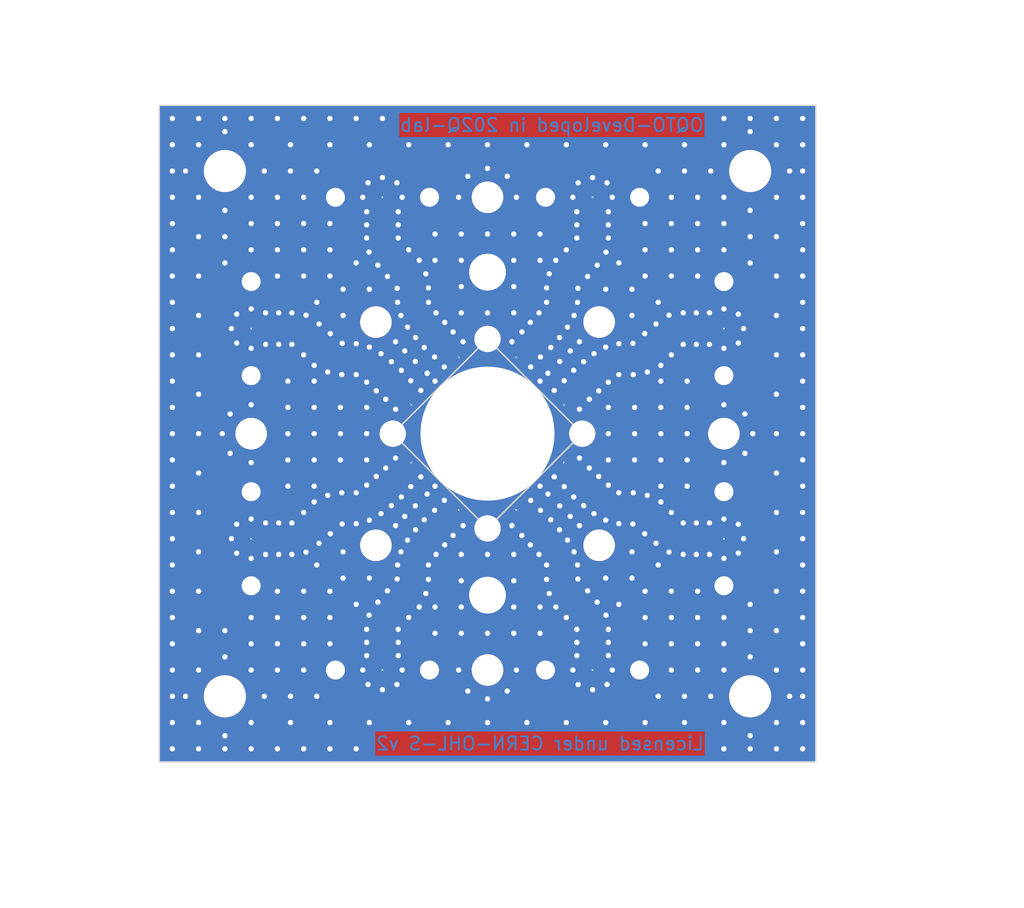
<source format=kicad_pcb>
(kicad_pcb (version 20211014) (generator pcbnew)
  (layers (0 "F.Cu" signal) (1 "In1.Cu" signal) (2 "In2.Cu" signal) (31 "B.Cu" signal) (34 "B.Paste" user) (35 "F.Paste" user) (36 "B.SilkS" user "B.Silkscreen") (37 "F.SilkS" user "F.Silkscreen") (38 "B.Mask" user) (39 "F.Mask" user) (44 "Edge.Cuts" user))
  (net 0 "")
  (net 1 "GND")
  (net 2 "unconnected-(U1-Pad1)")
  (net 3 "unconnected-(U1-Pad2)")
  (net 4 "unconnected-(U1-Pad3)")
  (net 5 "unconnected-(U1-Pad4)")
  (net 6 "unconnected-(U1-Pad5)")
  (net 7 "unconnected-(U1-Pad6)")
  (net 8 "unconnected-(U1-Pad7)")
  (net 9 "unconnected-(U1-Pad8)")
  (footprint "MountingHole:MountingHole_3.2mm_M3" (layer "F.Cu") (at -20 20)
    (fp_text reference "REF**" hide)
    (fp_text value "MountingHole_3.2mm_M3")
  )
  (footprint "QT:SH-Ridge-Hole" (layer "F.Cu") (at 0 12.3)
    (fp_text reference "REF**" hide)
    (fp_text value "SH-Ridge-Hole" hide)
  )
  (footprint "MountingHole:MountingHole_3.2mm_M3" (layer "F.Cu") (at 20 20)
    (fp_text reference "REF**" hide)
    (fp_text value "MountingHole_3.2mm_M3")
  )
  (footprint "QT:M2_clerance" (layer "F.Cu") (at -18 0)
    (fp_text reference "REF**" hide)
    (fp_text value "M2_clerance")
  )
  (footprint "QT:10x10mm_Chip" (layer "F.Cu") (at 0 0 45)
    (fp_text reference "U1" hide)
    (fp_text value "10x10mm_Chip")
    (fp_rect (start -5.1 -5.1) (end 5.1 5.1) (layer "Edge.Cuts") (width 0.12) (fill none))
  )
  (footprint "QT:M2_clerance" (layer "F.Cu") (at 18 0)
    (fp_text reference "REF**" hide)
    (fp_text value "M2_clerance")
  )
  (footprint "QT:M2_clerance" (layer "F.Cu") (at -8.5 8.5)
    (fp_text reference "REF**" hide)
    (fp_text value "M2_clerance")
  )
  (footprint "MountingHole:MountingHole_3.2mm_M3" (layer "F.Cu") (at -20 -20)
    (fp_text reference "REF**" hide)
    (fp_text value "MountingHole_3.2mm_M3")
  )
  (footprint "QT:M2_clerance" (layer "F.Cu") (at 0 18)
    (fp_text reference "REF**" hide)
    (fp_text value "M2_clerance")
  )
  (footprint "QT:SV Microwave 2921-40049-1S" (layer "F.Cu") (at -18 8 180)
    (fp_text reference "J6" hide)
    (fp_text value "Conn_Coaxial")
  )
  (footprint "QT:M2_clerance" (layer "F.Cu") (at -8.5 -8.5)
    (fp_text reference "REF**" hide)
    (fp_text value "M2_clerance")
  )
  (footprint "MountingHole:MountingHole_3.2mm_M3" (layer "F.Cu") (at 20 -20)
    (fp_text reference "REF**" hide)
    (fp_text value "MountingHole_3.2mm_M3")
  )
  (footprint "QT:SV Microwave 2921-40049-1S" (layer "F.Cu") (at 18 -8 180)
    (fp_text reference "J1" hide)
    (fp_text value "Conn_Coaxial")
  )
  (footprint "QT:SV Microwave 2921-40049-1S" (layer "F.Cu") (at -8 18 90)
    (fp_text reference "J3" hide)
    (fp_text value "Conn_Coaxial")
  )
  (footprint "QT:M2_clerance" (layer "F.Cu") (at 8.5 8.5)
    (fp_text reference "REF**" hide)
    (fp_text value "M2_clerance")
  )
  (footprint "QT:SV Microwave 2921-40049-1S" (layer "F.Cu") (at 8 -18 90)
    (fp_text reference "J8" hide)
    (fp_text value "Conn_Coaxial")
  )
  (footprint "QT:SH-Ridge-Hole" (layer "F.Cu") (at 0 -12.3)
    (fp_text reference "REF**" hide)
    (fp_text value "SH-Ridge-Hole" hide)
  )
  (footprint "QT:SV Microwave 2921-40049-1S" (layer "F.Cu") (at 8 18 -90)
    (fp_text reference "J2" hide)
    (fp_text value "Conn_Coaxial")
  )
  (footprint "QT:M2_clerance" (layer "F.Cu") (at 0 -18)
    (fp_text reference "REF**" hide)
    (fp_text value "M2_clerance")
  )
  (footprint "QT:SV Microwave 2921-40049-1S" (layer "F.Cu") (at -18 -8 180)
    (fp_text reference "J5" hide)
    (fp_text value "Conn_Coaxial")
  )
  (footprint "QT:M2_clerance" (layer "F.Cu") (at 8.5 -8.5)
    (fp_text reference "REF**" hide)
    (fp_text value "M2_clerance")
  )
  (footprint "QT:SV Microwave 2921-40049-1S" (layer "F.Cu") (at 18 8)
    (fp_text reference "J4" hide)
    (fp_text value "Conn_Coaxial")
  )
  (footprint "QT:SV Microwave 2921-40049-1S" (layer "F.Cu") (at -8 -18 -90)
    (fp_text reference "J7" hide)
    (fp_text value "Conn_Coaxial")
  )
  (gr_rect (start 25 25) (end -25 -25) (layer "Edge.Cuts") (width 0.1) (fill none))
  (gr_text "Licensed under CERN-OHL-S v2" (at 4 23.6) (layer "B.Cu") (effects (font (size 1 1)) (justify mirror)))
  (gr_text "OQTO-Developed in 202Q-lab" (at 4.9 -23.5) (layer "B.Cu") (effects (font (size 1 1)) (justify mirror)))
  (via (at 4 4) (size 0.6) (drill 0.402) (layers "F.Cu" "B.Cu") (net 1))
  (via (at 24 20) (size 0.6) (drill 0.402) (layers "F.Cu" "B.Cu") (net 1))
  (via (at 8.35 12.83) (size 0.6) (drill 0.402) (layers "F.Cu" "B.Cu") (net 1))
  (via (at -18 -16) (size 0.6) (drill 0.402) (layers "F.Cu" "B.Cu") (net 1))
  (via (at -9.2 -3.92) (size 0.6) (drill 0.402) (layers "F.Cu" "B.Cu") (net 1))
  (via (at 22 9) (size 0.6) (drill 0.402) (layers "F.Cu" "B.Cu") (net 1))
  (via (at -6.5 18) (size 0.6) (drill 0.402) (layers "F.Cu" "B.Cu") (net 1))
  (via (at 3 -22) (size 0.6) (drill 0.402) (layers "F.Cu" "B.Cu") (net 1))
  (via (at -4.6 -4.6) (size 0.6) (drill 0.402) (layers "F.Cu" "B.Cu") (net 1))
  (via (at 13.2 -2) (size 0.6) (drill 0.402) (layers "F.Cu" "B.Cu") (net 1))
  (via (at -9 -11) (size 0.6) (drill 0.402) (layers "F.Cu" "B.Cu") (net 1))
  (via (at -23 -20) (size 0.6) (drill 0.402) (layers "F.Cu" "B.Cu") (net 1))
  (via (at 5.48 -7.32) (size 0.6) (drill 0.402) (layers "F.Cu" "B.Cu") (net 1))
  (via (at 24 4) (size 0.6) (drill 0.402) (layers "F.Cu" "B.Cu") (net 1))
  (via (at -20 -17) (size 0.6) (drill 0.402) (layers "F.Cu" "B.Cu") (net 1))
  (via (at 2.2 -18) (size 0.6) (drill 0.402) (layers "F.Cu" "B.Cu") (net 1))
  (via (at -18 -14) (size 0.6) (drill 0.402) (layers "F.Cu" "B.Cu") (net 1))
  (via (at 16 -18) (size 0.6) (drill 0.402) (layers "F.Cu" "B.Cu") (net 1))
  (via (at -16.9 -9.201) (size 0.6) (drill 0.402) (layers "F.Cu" "B.Cu") (net 1))
  (via (at 4 13.2) (size 0.6) (drill 0.402) (layers "F.Cu" "B.Cu") (net 1))
  (via (at 12 -12) (size 0.6) (drill 0.402) (layers "F.Cu" "B.Cu") (net 1))
  (via (at -13 -10) (size 0.6) (drill 0.402) (layers "F.Cu" "B.Cu") (net 1))
  (via (at 6.9 19.1) (size 0.6) (drill 0.402) (layers "F.Cu" "B.Cu") (net 1))
  (via (at 14 18) (size 0.6) (drill 0.402) (layers "F.Cu" "B.Cu") (net 1))
  (via (at 13.82 9.02) (size 0.6) (drill 0.402) (layers "F.Cu" "B.Cu") (net 1))
  (via (at -14.9 -6.8) (size 0.6) (drill 0.402) (layers "F.Cu" "B.Cu") (net 1))
  (via (at -8.47 3.26) (size 0.6) (drill 0.402) (layers "F.Cu" "B.Cu") (net 1))
  (via (at 20 -13) (size 0.6) (drill 0.402) (layers "F.Cu" "B.Cu") (net 1))
  (via (at -12 -22) (size 0.6) (drill 0.402) (layers "F.Cu" "B.Cu") (net 1))
  (via (at -7.32 -5.48) (size 0.6) (drill 0.402) (layers "F.Cu" "B.Cu") (net 1))
  (via (at 24 8) (size 0.6) (drill 0.402) (layers "F.Cu" "B.Cu") (net 1))
  (via (at 24 22) (size 0.6) (drill 0.402) (layers "F.Cu" "B.Cu") (net 1))
  (via (at 4.03 -5.84) (size 0.6) (drill 0.402) (layers "F.Cu" "B.Cu") (net 1))
  (via (at 22 -24) (size 0.6) (drill 0.402) (layers "F.Cu" "B.Cu") (net 1))
  (via (at 13 20) (size 0.6) (drill 0.402) (layers "F.Cu" "B.Cu") (net 1))
  (via (at -6 22) (size 0.6) (drill 0.402) (layers "F.Cu" "B.Cu") (net 1))
  (via (at -9 6.59) (size 0.6) (drill 0.402) (layers "F.Cu" "B.Cu") (net 1))
  (via (at 4 15.2) (size 0.6) (drill 0.402) (layers "F.Cu" "B.Cu") (net 1))
  (via (at 0 -22) (size 0.6) (drill 0.402) (layers "F.Cu" "B.Cu") (net 1))
  (via (at 15 22) (size 0.6) (drill 0.402) (layers "F.Cu" "B.Cu") (net 1))
  (via (at -5.08 -3.29) (size 0.6) (drill 0.402) (layers "F.Cu" "B.Cu") (net 1))
  (via (at -10 -4.499) (size 0.6) (drill 0.402) (layers "F.Cu" "B.Cu") (net 1))
  (via (at -22 -6) (size 0.6) (drill 0.402) (layers "F.Cu" "B.Cu") (net 1))
  (via (at -11 11) (size 0.6) (drill 0.402) (layers "F.Cu" "B.Cu") (net 1))
  (via (at 4.499 10) (size 0.6) (drill 0.402) (layers "F.Cu" "B.Cu") (net 1))
  (via (at -3.29 -5.08) (size 0.6) (drill 0.402) (layers "F.Cu" "B.Cu") (net 1))
  (via (at -2 11.2) (size 0.6) (drill 0.402) (layers "F.Cu" "B.Cu") (net 1))
  (via (at 9.02 -13.82) (size 0.6) (drill 0.402) (layers "F.Cu" "B.Cu") (net 1))
  (via (at 0 22) (size 0.6) (drill 0.402) (layers "F.Cu" "B.Cu") (net 1))
  (via (at 24 14) (size 0.6) (drill 0.402) (layers "F.Cu" "B.Cu") (net 1))
  (via (at -6.851 -10) (size 0.6) (drill 0.402) (layers "F.Cu" "B.Cu") (net 1))
  (via (at 22 -18) (size 0.6) (drill 0.402) (layers "F.Cu" "B.Cu") (net 1))
  (via (at 18 -2.2) (size 0.6) (drill 0.402) (layers "F.Cu" "B.Cu") (net 1))
  (via (at 6.56 -4.82) (size 0.6) (drill 0.402) (layers "F.Cu" "B.Cu") (net 1))
  (via (at 4.5 -11.1) (size 0.6) (drill 0.402) (layers "F.Cu" "B.Cu") (net 1))
  (via (at -18 -9.5) (size 0.6) (drill 0.402) (layers "F.Cu" "B.Cu") (net 1))
  (via (at 6.3 6.3) (size 0.6) (drill 0.402) (layers "F.Cu" "B.Cu") (net 1))
  (via (at 6.88 -11.07) (size 0.6) (drill 0.402) (layers "F.Cu" "B.Cu") (net 1))
  (via (at 9.2 3.92) (size 0.6) (drill 0.402) (layers "F.Cu" "B.Cu") (net 1))
  (via (at -9 -6.59) (size 0.6) (drill 0.402) (layers "F.Cu" "B.Cu") (net 1))
  (via (at 4 -4) (size 0.6) (drill 0.402) (layers "F.Cu" "B.Cu") (net 1))
  (via (at 22 -6) (size 0.6) (drill 0.402) (layers "F.Cu" "B.Cu") (net 1))
  (via (at 0 -20.2) (size 0.6) (drill 0.402) (layers "F.Cu" "B.Cu") (net 1))
  (via (at -20 -23) (size 0.6) (drill 0.402) (layers "F.Cu" "B.Cu") (net 1))
  (via (at -15.9 6.8) (size 0.6) (drill 0.402) (layers "F.Cu" "B.Cu") (net 1))
  (via (at -22 22) (size 0.6) (drill 0.402) (layers "F.Cu" "B.Cu") (net 1))
  (via (at -14 18) (size 0.6) (drill 0.402) (layers "F.Cu" "B.Cu") (net 1))
  (via (at 24 12) (size 0.6) (drill 0.402) (layers "F.Cu" "B.Cu") (net 1))
  (via (at 24 -20) (size 0.6) (drill 0.402) (layers "F.Cu" "B.Cu") (net 1))
  (via (at 10 -6.851) (size 0.6) (drill 0.402) (layers "F.Cu" "B.Cu") (net 1))
  (via (at 15.9 6.8) (size 0.6) (drill 0.402) (layers "F.Cu" "B.Cu") (net 1))
  (via (at 14 -18) (size 0.6) (drill 0.402) (layers "F.Cu" "B.Cu") (net 1))
  (via (at 3.26 -8.47) (size 0.6) (drill 0.402) (layers "F.Cu" "B.Cu") (net 1))
  (via (at -2 -9.2) (size 0.6) (drill 0.402) (layers "F.Cu" "B.Cu") (net 1))
  (via (at -18 6.5) (size 0.6) (drill 0.402) (layers "F.Cu" "B.Cu") (net 1))
  (via (at 2.62 -7.75) (size 0.6) (drill 0.402) (layers "F.Cu" "B.Cu") (net 1))
  (via (at -14 12) (size 0.6) (drill 0.402) (layers "F.Cu" "B.Cu") (net 1))
  (via (at 7.75 2.62) (size 0.6) (drill 0.402) (layers "F.Cu" "B.Cu") (net 1))
  (via (at -8 -19.5) (size 0.6) (drill 0.402) (layers "F.Cu" "B.Cu") (net 1))
  (via (at 4.82 6.56) (size 0.6) (drill 0.402) (layers "F.Cu" "B.Cu") (net 1))
  (via (at -13.2 4) (size 0.6) (drill 0.402) (layers "F.Cu" "B.Cu") (net 1))
  (via (at -4 15.2) (size 0.6) (drill 0.402) (layers "F.Cu" "B.Cu") (net 1))
  (via (at -11.2 0) (size 0.6) (drill 0.402) (layers "F.Cu" "B.Cu") (net 1))
  (via (at 8.35 -12.83) (size 0.6) (drill 0.402) (layers "F.Cu" "B.Cu") (net 1))
  (via (at 15.2 -4) (size 0.6) (drill 0.402) (layers "F.Cu" "B.Cu") (net 1))
  (via (at -7.62 11.97) (size 0.6) (drill 0.402) (layers "F.Cu" "B.Cu") (net 1))
  (via (at -5.08 3.29) (size 0.6) (drill 0.402) (layers "F.Cu" "B.Cu") (net 1))
  (via (at -16 -24) (size 0.6) (drill 0.402) (layers "F.Cu" "B.Cu") (net 1))
  (via (at 10 6.851) (size 0.6) (drill 0.402) (layers "F.Cu" "B.Cu") (net 1))
  (via (at -14.9 6.8) (size 0.6) (drill 0.402) (layers "F.Cu" "B.Cu") (net 1))
  (via (at -6.3 6.3) (size 0.6) (drill 0.402) (layers "F.Cu" "B.Cu") (net 1))
  (via (at 23 -20) (size 0.6) (drill 0.402) (layers "F.Cu" "B.Cu") (net 1))
  (via (at 8.11 -6.09) (size 0.6) (drill 0.402) (layers "F.Cu" "B.Cu") (net 1))
  (via (at 4.5 11.1) (size 0.6) (drill 0.402) (layers "F.Cu" "B.Cu") (net 1))
  (via (at 2 -9.2) (size 0.6) (drill 0.402) (layers "F.Cu" "B.Cu") (net 1))
  (via (at 24 -24) (size 0.6) (drill 0.402) (layers "F.Cu" "B.Cu") (net 1))
  (via (at 0 -15.2) (size 0.6) (drill 0.402) (layers "F.Cu" "B.Cu") (net 1))
  (via (at 18 -16) (size 0.6) (drill 0.402) (layers "F.Cu" "B.Cu") (net 1))
  (via (at -14 6) (size 0.6) (drill 0.402) (layers "F.Cu" "B.Cu") (net 1))
  (via (at 15.2 4) (size 0.6) (drill 0.402) (layers "F.Cu" "B.Cu") (net 1))
  (via (at -24 20) (size 0.6) (drill 0.402) (layers "F.Cu" "B.Cu") (net 1))
  (via (at -14 -24) (size 0.6) (drill 0.402) (layers "F.Cu" "B.Cu") (net 1))
  (via (at -9.201 -16.9) (size 0.6) (drill 0.402) (layers "F.Cu" "B.Cu") (net 1))
  (via (at -15.2 2) (size 0.6) (drill 0.402) (layers "F.Cu" "B.Cu") (net 1))
  (via (at 9.2 -3.92) (size 0.6) (drill 0.402) (layers "F.Cu" "B.Cu") (net 1))
  (via (at 16.9 9.201) (size 0.6) (drill 0.402) (layers "F.Cu" "B.Cu") (net 1))
  (via (at 20 23) (size 0.6) (drill 0.402) (layers "F.Cu" "B.Cu") (net 1))
  (via (at -7 -7) (size 0.6) (drill 0.402) (layers "F.Cu" "B.Cu") (net 1))
  (via (at -2.2 18) (size 0.6) (drill 0.402) (layers "F.Cu" "B.Cu") (net 1))
  (via (at -13 10) (size 0.6) (drill 0.402) (layers "F.Cu" "B.Cu") (net 1))
  (via (at -14 -12) (size 0.6) (drill 0.402) (layers "F.Cu" "B.Cu") (net 1))
  (via (at -2 -15.2) (size 0.6) (drill 0.402) (layers "F.Cu" "B.Cu") (net 1))
  (via (at -9.2 2) (size 0.6) (drill 0.402) (layers "F.Cu" "B.Cu") (net 1))
  (via (at -15 -20) (size 0.6) (drill 0.402) (layers "F.Cu" "B.Cu") (net 1))
  (via (at -24 -20) (size 0.6) (drill 0.402) (layers "F.Cu" "B.Cu") (net 1))
  (via (at 7 -7) (size 0.6) (drill 0.402) (layers "F.Cu" "B.Cu") (net 1))
  (via (at 22 18) (size 0.6) (drill 0.402) (layers "F.Cu" "B.Cu") (net 1))
  (via (at 7.62 -11.97) (size 0.6) (drill 0.402) (layers "F.Cu" "B.Cu") (net 1))
  (via (at 15.2 -2) (size 0.6) (drill 0.402) (layers "F.Cu" "B.Cu") (net 1))
  (via (at -14 -16) (size 0.6) (drill 0.402) (layers "F.Cu" "B.Cu") (net 1))
  (via (at 12 -14) (size 0.6) (drill 0.402) (layers "F.Cu" "B.Cu") (net 1))
  (via (at -19.5 -8) (size 0.6) (drill 0.402) (layers "F.Cu" "B.Cu") (net 1))
  (via (at 6.8 15.9) (size 0.6) (drill 0.402) (layers "F.Cu" "B.Cu") (net 1))
  (via (at -15 -22) (size 0.6) (drill 0.402) (layers "F.Cu" "B.Cu") (net 1))
  (via (at -11.07 -6.88) (size 0.6) (drill 0.402) (layers "F.Cu" "B.Cu") (net 1))
  (via (at -16.9 -6.799) (size 0.6) (drill 0.402) (layers "F.Cu" "B.Cu") (net 1))
  (via (at -18 -24) (size 0.6) (drill 0.402) (layers "F.Cu" "B.Cu") (net 1))
  (via (at 24 0) (size 0.6) (drill 0.402) (layers "F.Cu" "B.Cu") (net 1))
  (via (at 16.9 -9.201) (size 0.6) (drill 0.402) (layers "F.Cu" "B.Cu") (net 1))
  (via (at 20 13) (size 0.6) (drill 0.402) (layers "F.Cu" "B.Cu") (net 1))
  (via (at 16 12) (size 0.6) (drill 0.402) (layers "F.Cu" "B.Cu") (net 1))
  (via (at 9 11) (size 0.6) (drill 0.402) (layers "F.Cu" "B.Cu") (net 1))
  (via (at -12 24) (size 0.6) (drill 0.402) (layers "F.Cu" "B.Cu") (net 1))
  (via (at -4 -13.2) (size 0.6) (drill 0.402) (layers "F.Cu" "B.Cu") (net 1))
  (via (at -15 22) (size 0.6) (drill 0.402) (layers "F.Cu" "B.Cu") (net 1))
  (via (at -4.5 11.1) (size 0.6) (drill 0.402) (layers "F.Cu" "B.Cu") (net 1))
  (via (at 11.97 7.62) (size 0.6) (drill 0.402) (layers "F.Cu" "B.Cu") (net 1))
  (via (at -22 18) (size 0.6) (drill 0.402) (layers "F.Cu" "B.Cu") (net 1))
  (via (at -15.2 -2) (size 0.6) (drill 0.402) (layers "F.Cu" "B.Cu") (net 1))
  (via (at -22 -12) (size 0.6) (drill 0.402) (layers "F.Cu" "B.Cu") (net 1))
  (via (at -13.2 0) (size 0.6) (drill 0.402) (layers "F.Cu" "B.Cu") (net 1))
  (via (at -10 4.499) (size 0.6) (drill 0.402) (layers "F.Cu" "B.Cu") (net 1))
  (via (at 12.17 4.7) (size 0.6) (drill 0.402) (layers "F.Cu" "B.Cu") (net 1))
  (via (at -9.202 -14.9) (size 0.6) (drill 0.402) (layers "F.Cu" "B.Cu") (net 1))
  (via (at -12.83 8.35) (size 0.6) (drill 0.402) (layers "F.Cu" "B.Cu") (net 1))
  (via (at 4.03 5.84) (size 0.6) (drill 0.402) (layers "F.Cu" "B.Cu") (net 1))
  (via (at 11 -9) (size 0.6) (drill 0.402) (layers "F.Cu" "B.Cu") (net 1))
  (via (at 6.799 16.9) (size 0.6) (drill 0.402) (layers "F.Cu" "B.Cu") (net 1))
  (via (at -4.82 -6.56) (size 0.6) (drill 0.402) (layers "F.Cu" "B.Cu") (net 1))
  (via (at 13.2 -5.2) (size 0.6) (drill 0.402) (layers "F.Cu" "B.Cu") (net 1))
  (via (at -2.62 7.75) (size 0.6) (drill 0.402) (layers "F.Cu" "B.Cu") (net 1))
  (via (at 18 9.5) (size 0.6) (drill 0.402) (layers "F.Cu" "B.Cu") (net 1))
  (via (at -9.202 14.9) (size 0.6) (drill 0.402) (layers "F.Cu" "B.Cu") (net 1))
  (via (at 22 12) (size 0.6) (drill 0.402) (layers "F.Cu" "B.Cu") (net 1))
  (via (at -14 16) (size 0.6) (drill 0.402) (layers "F.Cu" "B.Cu") (net 1))
  (via (at 16.9 -6.799) (size 0.6) (drill 0.402) (layers "F.Cu" "B.Cu") (net 1))
  (via (at -13.82 9.02) (size 0.6) (drill 0.402) (layers "F.Cu" "B.Cu") (net 1))
  (via (at -6.9 19.1) (size 0.6) (drill 0.402) (layers "F.Cu" "B.Cu") (net 1))
  (via (at -13.2 5.2) (size 0.6) (drill 0.402) (layers "F.Cu" "B.Cu") (net 1))
  (via (at -3.29 5.08) (size 0.6) (drill 0.402) (layers "F.Cu" "B.Cu") (net 1))
  (via (at -12 -16) (size 0.6) (drill 0.402) (layers "F.Cu" "B.Cu") (net 1))
  (via (at -11.1 -4.5) (size 0.6) (drill 0.402) (layers "F.Cu" "B.Cu") (net 1))
  (via (at 5.84 4.03) (size 0.6) (drill 0.402) (layers "F.Cu" "B.Cu") (net 1))
  (via (at -4.499 10) (size 0.6) (drill 0.402) (layers "F.Cu" "B.Cu") (net 1))
  (via (at -24 0) (size 0.6) (drill 0.402) (layers "F.Cu" "B.Cu") (net 1))
  (via (at -14.9 -9.202) (size 0.6) (drill 0.402) (layers "F.Cu" "B.Cu") (net 1))
  (via (at -12 -24) (size 0.6) (drill 0.402) (layers "F.Cu" "B.Cu") (net 1))
  (via (at -2 15.2) (size 0.6) (drill 0.402) (layers "F.Cu" "B.Cu") (net 1))
  (via (at 6.5 18) (size 0.6) (drill 0.402) (layers "F.Cu" "B.Cu") (net 1))
  (via (at 4.82 -6.56) (size 0.6) (drill 0.402) (layers "F.Cu" "B.Cu") (net 1))
  (via (at -20 -13) (size 0.6) (drill 0.402) (layers "F.Cu" "B.Cu") (net 1))
  (via (at -6.9 -19.1) (size 0.6) (drill 0.402) (layers "F.Cu" "B.Cu") (net 1))
  (via (at -11 9) (size 0.6) (drill 0.402) (layers "F.Cu" "B.Cu") (net 1))
  (via (at 18 2.2) (size 0.6) (drill 0.402) (layers "F.Cu" "B.Cu") (net 1))
  (via (at -6.8 -14.9) (size 0.6) (drill 0.402) (layers "F.Cu" "B.Cu") (net 1))
  (via (at 11 -11) (size 0.6) (drill 0.402) (layers "F.Cu" "B.Cu") (net 1))
  (via (at -12.17 -4.7) (size 0.6) (drill 0.402) (layers "F.Cu" "B.Cu") (net 1))
  (via (at -9.202 15.9) (size 0.6) (drill 0.402) (layers "F.Cu" "B.Cu") (net 1))
  (via (at -22 3) (size 0.6) (drill 0.402) (layers "F.Cu" "B.Cu") (net 1))
  (via (at 24 2) (size 0.6) (drill 0.402) (layers "F.Cu" "B.Cu") (net 1))
  (via (at 22 22) (size 0.6) (drill 0.402) (layers "F.Cu" "B.Cu") (net 1))
  (via (at -24 2) (size 0.6) (drill 0.402) (layers "F.Cu" "B.Cu") (net 1))
  (via (at 11.2 0) (size 0.6) (drill 0.402) (layers "F.Cu" "B.Cu") (net 1))
  (via (at 6.799 -16.9) (size 0.6) (drill 0.402) (layers "F.Cu" "B.Cu") (net 1))
  (via (at -24 24) (size 0.6) (drill 0.402) (layers "F.Cu" "B.Cu") (net 1))
  (via (at -19.6 1.5) (size 0.6) (drill 0.402) (layers "F.Cu" "B.Cu") (net 1))
  (via (at 24 -14) (size 0.6) (drill 0.402) (layers "F.Cu" "B.Cu") (net 1))
  (via (at 14 16) (size 0.6) (drill 0.402) (layers "F.Cu" "B.Cu") (net 1))
  (via (at 7.62 11.97) (size 0.6) (drill 0.402) (layers "F.Cu" "B.Cu") (net 1))
  (via (at 10 4.499) (size 0.6) (drill 0.402) (layers "F.Cu" "B.Cu") (net 1))
  (via (at 9.202 -14.9) (size 0.6) (drill 0.402) (layers "F.Cu" "B.Cu") (net 1))
  (via (at -6.59 -9) (size 0.6) (drill 0.402) (layers "F.Cu" "B.Cu") (net 1))
  (via (at -9.1 -19.1) (size 0.6) (drill 0.402) (layers "F.Cu" "B.Cu") (net 1))
  (via (at 0 20.2) (size 0.6) (drill 0.402) (layers "F.Cu" "B.Cu") (net 1))
  (via (at 19.1 -9.1) (size 0.6) (drill 0.402) (layers "F.Cu" "B.Cu") (net 1))
  (via (at -23 20) (size 0.6) (drill 0.402) (layers "F.Cu" "B.Cu") (net 1))
  (via (at 3.26 8.47) (size 0.6) (drill 0.402) (layers "F.Cu" "B.Cu") (net 1))
  (via (at 18 14) (size 0.6) (drill 0.402) (layers "F.Cu" "B.Cu") (net 1))
  (via (at 1.5 19.6) (size 0.6) (drill 0.402) (layers "F.Cu" "B.Cu") (net 1))
  (via (at 15 -22) (size 0.6) (drill 0.402) (layers "F.Cu" "B.Cu") (net 1))
  (via (at 20.2 0) (size 0.6) (drill 0.402) (layers "F.Cu" "B.Cu") (net 1))
  (via (at -8.11 6.09) (size 0.6) (drill 0.402) (layers "F.Cu" "B.Cu") (net 1))
  (via (at -13 -20) (size 0.6) (drill 0.402) (layers "F.Cu" "B.Cu") (net 1))
  (via (at 16 -14) (size 0.6) (drill 0.402) (layers "F.Cu" "B.Cu") (net 1))
  (via (at -14 14) (size 0.6) (drill 0.402) (layers "F.Cu" "B.Cu") (net 1))
  (via (at -14 -6) (size 0.6) (drill 0.402) (layers "F.Cu" "B.Cu") (net 1))
  (via (at -16 24) (size 0.6) (drill 0.402) (layers "F.Cu" "B.Cu") (net 1))
  (via (at -2.62 -7.75) (size 0.6) (drill 0.402) (layers "F.Cu" "B.Cu") (net 1))
  (via (at 23 20) (size 0.6) (drill 0.402) (layers "F.Cu" "B.Cu") (net 1))
  (via (at 16 16) (size 0.6) (drill 0.402) (layers "F.Cu" "B.Cu") (net 1))
  (via (at 4 -13.2) (size 0.6) (drill 0.402) (layers "F.Cu" "B.Cu") (net 1))
  (via (at -9.2 3.92) (size 0.6) (drill 0.402) (layers "F.Cu" "B.Cu") (net 1))
  (via (at 6.59 -9) (size 0.6) (drill 0.402) (layers "F.Cu" "B.Cu") (net 1))
  (via (at 6 -14) (size 0.6) (drill 0.402) (layers "F.Cu" "B.Cu") (net 1))
  (via (at -15.2 0) (size 0.6) (drill 0.402) (layers "F.Cu" "B.Cu") (net 1))
  (via (at 5.48 7.32) (size 0.6) (drill 0.402) (layers "F.Cu" "B.Cu") (net 1))
  (via (at 24 -8) (size 0.6) (drill 0.402) (layers "F.Cu" "B.Cu") (net 1))
  (via (at -2 -11.2) (size 0.6) (drill 0.402) (layers "F.Cu" "B.Cu") (net 1))
  (via (at -3 -22) (size 0.6) (drill 0.402) (layers "F.Cu" "B.Cu") (net 1))
  (via (at 9.2 2) (size 0.6) (drill 0.402) (layers "F.Cu" "B.Cu") (net 1))
  (via (at 3.29 -5.08) (size 0.6) (drill 0.402) (layers "F.Cu" "B.Cu") (net 1))
  (via (at -18 -2.2) (size 0.6) (drill 0.402) (layers "F.Cu" "B.Cu") (net 1))
  (via (at -4.499 -10) (size 0.6) (drill 0.402) (layers "F.Cu" "B.Cu") (net 1))
  (via (at 9 -22) (size 0.6) (drill 0.402) (layers "F.Cu" "B.Cu") (net 1))
  (via (at -7 7) (size 0.6) (drill 0.402) (layers "F.Cu" "B.Cu") (net 1))
  (via (at -16 -12) (size 0.6) (drill 0.402) (layers "F.Cu" "B.Cu") (net 1))
  (via (at 12 12) (size 0.6) (drill 0.402) (layers "F.Cu" "B.Cu") (net 1))
  (via (at -18 9.5) (size 0.6) (drill 0.402) (layers "F.Cu" "B.Cu") (net 1))
  (via (at 6.5 -18) (size 0.6) (drill 0.402) (layers "F.Cu" "B.Cu") (net 1))
  (via (at -9 11) (size 0.6) (drill 0.402) (layers "F.Cu" "B.Cu") (net 1))
  (via (at -24 -16) (size 0.6) (drill 0.402) (layers "F.Cu" "B.Cu") (net 1))
  (via (at 2 9.2) (size 0.6) (drill 0.402) (layers "F.Cu" "B.Cu") (net 1))
  (via (at -18 2.2) (size 0.6) (drill 0.402) (layers "F.Cu" "B.Cu") (net 1))
  (via (at 15.9 -6.8) (size 0.6) (drill 0.402) (layers "F.Cu" "B.Cu") (net 1))
  (via (at -2 9.2) (size 0.6) (drill 0.402) (layers "F.Cu" "B.Cu") (net 1))
  (via (at 20 24) (size 0.6) (drill 0.402) (layers "F.Cu" "B.Cu") (net 1))
  (via (at 18 16) (size 0.6) (drill 0.402) (layers "F.Cu" "B.Cu") (net 1))
  (via (at 14 -16) (size 0.6) (drill 0.402) (layers "F.Cu" "B.Cu") (net 1))
  (via (at -6.56 4.82) (size 0.6) (drill 0.402) (layers "F.Cu" "B.Cu") (net 1))
  (via (at 2.2 18) (size 0.6) (drill 0.402) (layers "F.Cu" "B.Cu") (net 1))
  (via (at -1.5 19.6) (size 0.6) (drill 0.402) (layers "F.Cu" "B.Cu") (net 1))
  (via (at 14.9 -6.8) (size 0.6) (drill 0.402) (layers "F.Cu" "B.Cu") (net 1))
  (via (at -15.9 -9.202) (size 0.6) (drill 0.402) (layers "F.Cu" "B.Cu") (net 1))
  (via (at -10 24) (size 0.6) (drill 0.402) (layers "F.Cu" "B.Cu") (net 1))
  (via (at 2 11.2) (size 0.6) (drill 0.402) (layers "F.Cu" "B.Cu") (net 1))
  (via (at 14.9 9.202) (size 0.6) (drill 0.402) (layers "F.Cu" "B.Cu") (net 1))
  (via (at -11.97 -7.62) (size 0.6) (drill 0.402) (layers "F.Cu" "B.Cu") (net 1))
  (via (at 14 6) (size 0.6) (drill 0.402) (layers "F.Cu" "B.Cu") (net 1))
  (via (at 16.9 6.799) (size 0.6) (drill 0.402) (layers "F.Cu" "B.Cu") (net 1))
  (via (at -10 -24) (size 0.6) (drill 0.402) (layers "F.Cu" "B.Cu") (net 1))
  (via (at 6.56 4.82) (size 0.6) (drill 0.402) (layers "F.Cu" "B.Cu") (net 1))
  (via (at -18 -6.5) (size 0.6) (drill 0.402) (layers "F.Cu" "B.Cu") (net 1))
  (via (at -6 14) (size 0.6) (drill 0.402) (layers "F.Cu" "B.Cu") (net 1))
  (via (at 20 17) (size 0.6) (drill 0.402) (layers "F.Cu" "B.Cu") (net 1))
  (via (at 6.8 14.9) (size 0.6) (drill 0.402) (layers "F.Cu" "B.Cu") (net 1))
  (via (at -7.75 2.62) (size 0.6) (drill 0.402) (layers "F.Cu" "B.Cu") (net 1))
  (via (at -8.11 -6.09) (size 0.6) (drill 0.402) (layers "F.Cu" "B.Cu") (net 1))
  (via (at -6 -22) (size 0.6) (drill 0.402) (layers "F.Cu" "B.Cu") (net 1))
  (via (at -17 -20) (size 0.6) (drill 0.402) (layers "F.Cu" "B.Cu") (net 1))
  (via (at 8 -19.5) (size 0.6) (drill 0.402) (layers "F.Cu" "B.Cu") (net 1))
  (via (at -4 -15.2) (size 0.6) (drill 0.402) (layers "F.Cu" "B.Cu") (net 1))
  (via (at -20 24) (size 0.6) (drill 0.402) (layers "F.Cu" "B.Cu") (net 1))
  (via (at 6 22) (size 0.6) (drill 0.402) (layers "F.Cu" "B.Cu") (net 1))
  (via (at 6.8 -15.9) (size 0.6) (drill 0.402) (layers "F.Cu" "B.Cu") (net 1))
  (via (at -5.5 -5.5) (size 0.6) (drill 0.402) (layers "F.Cu" "B.Cu") (net 1))
  (via (at 20 -17) (size 0.6) (drill 0.402) (layers "F.Cu" "B.Cu") (net 1))
  (via (at -8 19.5) (size 0.6) (drill 0.402) (layers "F.Cu" "B.Cu") (net 1))
  (via (at 4.499 -10) (size 0.6) (drill 0.402) (layers "F.Cu" "B.Cu") (net 1))
  (via (at -6.5 -18) (size 0.6) (drill 0.402) (layers "F.Cu" "B.Cu") (net 1))
  (via (at 2 -15.2) (size 0.6) (drill 0.402) (layers "F.Cu" "B.Cu") (net 1))
  (via (at -15.2 4) (size 0.6) (drill 0.402) (layers "F.Cu" "B.Cu") (net 1))
  (via (at 19.1 -6.9) (size 0.6) (drill 0.402) (layers "F.Cu" "B.Cu") (net 1))
  (via (at 16 14) (size 0.6) (drill 0.402) (layers "F.Cu" "B.Cu") (net 1))
  (via (at -24 -14) (size 0.6) (drill 0.402) (layers "F.Cu" "B.Cu") (net 1))
  (via (at -15 20) (size 0.6) (drill 0.402) (layers "F.Cu" "B.Cu") (net 1))
  (via (at 5.08 3.29) (size 0.6) (drill 0.402) (layers "F.Cu" "B.Cu") (net 1))
  (via (at 9.2 -2) (size 0.6) (drill 0.402) (layers "F.Cu" "B.Cu") (net 1))
  (via (at -4.03 -5.84) (size 0.6) (drill 0.402) (layers "F.Cu" "B.Cu") (net 1))
  (via (at 9.202 15.9) (size 0.6) (drill 0.402) (layers "F.Cu" "B.Cu") (net 1))
  (via (at -24 -18) (size 0.6) (drill 0.402) (layers "F.Cu" "B.Cu") (net 1))
  (via (at 11 11) (size 0.6) (drill 0.402) (layers "F.Cu" "B.Cu") (net 1))
  (via (at 5.5 5.5) (size 0.6) (drill 0.402) (layers "F.Cu" "B.Cu") (net 1))
  (via (at 11 9) (size 0.6) (drill 0.402) (layers "F.Cu" "B.Cu") (net 1))
  (via (at 11.2 2) (size 0.6) (drill 0.402) (layers "F.Cu" "B.Cu") (net 1))
  (via (at 18 -9.5) (size 0.6) (drill 0.402) (layers "F.Cu" "B.Cu") (net 1))
  (via (at 10 -4.499) (size 0.6) (drill 0.402) (layers "F.Cu" "B.Cu") (net 1))
  (via (at 12 14) (size 0.6) (drill 0.402) (layers "F.Cu" "B.Cu") (net 1))
  (via (at -16 -14) (size 0.6) (drill 0.402) (layers "F.Cu" "B.Cu") (net 1))
  (via (at -9.1 19.1) (size 0.6) (drill 0.402) (layers "F.Cu" "B.Cu") (net 1))
  (via (at -4.7 -12.17) (size 0.6) (drill 0.402) (layers "F.Cu" "B.Cu") (net 1))
  (via (at 6.3 -6.3) (size 0.6) (drill 0.402) (layers "F.Cu" "B.Cu") (net 1))
  (via (at 0 9.2) (size 0.6) (drill 0.402) (layers "F.Cu" "B.Cu") (net 1))
  (via (at -24 -6) (size 0.6) (drill 0.402) (layers "F.Cu" "B.Cu") (net 1))
  (via (at -13 20) (size 0.6) (drill 0.402) (layers "F.Cu" "B.Cu") (net 1))
  (via (at 18 -18) (size 0.6) (drill 0.402) (layers "F.Cu" "B.Cu") (net 1))
  (via (at 6.09 8.11) (size 0.6) (drill 0.402) (layers "F.Cu" "B.Cu") (net 1))
  (via (at 15.2 2) (size 0.6) (drill 0.402) (layers "F.Cu" "B.Cu") (net 1))
  (via (at 7 7) (size 0.6) (drill 0.402) (layers "F.Cu" "B.Cu") (net 1))
  (via (at 12 16) (size 0.6) (drill 0.402) (layers "F.Cu" "B.Cu") (net 1))
  (via (at -24 8) (size 0.6) (drill 0.402) (layers "F.Cu" "B.Cu") (net 1))
  (via (at 3 22) (size 0.6) (drill 0.402) (layers "F.Cu" "B.Cu") (net 1))
  (via (at 4.7 12.17) (size 0.6) (drill 0.402) (layers "F.Cu" "B.Cu") (net 1))
  (via (at -20 17) (size 0.6) (drill 0.402) (layers "F.Cu" "B.Cu") (net 1))
  (via (at 16 -16) (size 0.6) (drill 0.402) (layers "F.Cu" "B.Cu") (net 1))
  (via (at -5.2 13.2) (size 0.6) (drill 0.402) (layers "F.Cu" "B.Cu") (net 1))
  (via (at 22 24) (size 0.6) (drill 0.402) (layers "F.Cu" "B.Cu") (net 1))
  (via (at 10 -13) (size 0.6) (drill 0.402) (layers "F.Cu" "B.Cu") (net 1))
  (via (at -8 -24) (size 0.6) (drill 0.402) (layers "F.Cu" "B.Cu") (net 1))
  (via (at -1.86 -7) (size 0.6) (drill 0.402) (layers "F.Cu" "B.Cu") (net 1))
  (via (at 18 18) (size 0.6) (drill 0.402) (layers "F.Cu" "B.Cu") (net 1))
  (via (at 15.2 0) (size 0.6) (drill 0.402) (layers "F.Cu" "B.Cu") (net 1))
  (via (at -12 12) (size 0.6) (drill 0.402) (layers "F.Cu" "B.Cu") (net 1))
  (via (at -19.1 6.9) (size 0.6) (drill 0.402) (layers "F.Cu" "B.Cu") (net 1))
  (via (at 14.9 -9.202) (size 0.6) (drill 0.402) (layers "F.Cu" "B.Cu") (net 1))
  (via (at -19.1 -9.1) (size 0.6) (drill 0.402) (layers "F.Cu" "B.Cu") (net 1))
  (via (at -19.5 8) (size 0.6) (drill 0.402) (layers "F.Cu" "B.Cu") (net 1))
  (via (at 15.9 9.202) (size 0.6) (drill 0.402) (layers "F.Cu" "B.Cu") (net 1))
  (via (at 20 -24) (size 0.6) (drill 0.402) (layers "F.Cu" "B.Cu") (net 1))
  (via (at -5.2 -13.2) (size 0.6) (drill 0.402) (layers "F.Cu" "B.Cu") (net 1))
  (via (at -6.09 -8.11) (size 0.6) (drill 0.402) (layers "F.Cu" "B.Cu") (net 1))
  (via (at 9.5 -18) (size 0.6) (drill 0.402) (layers "F.Cu" "B.Cu") (net 1))
  (via (at -3.26 8.47) (size 0.6) (drill 0.402) (layers "F.Cu" "B.Cu") (net 1))
  (via (at 24 -2) (size 0.6) (drill 0.402) (layers "F.Cu" "B.Cu") (net 1))
  (via (at 5.5 -5.5) (size 0.6) (drill 0.402) (layers "F.Cu" "B.Cu") (net 1))
  (via (at -11.2 -2) (size 0.6) (drill 0.402) (layers "F.Cu" "B.Cu") (net 1))
  (via (at 9.1 19.1) (size 0.6) (drill 0.402) (layers "F.Cu" "B.Cu") (net 1))
  (via (at 3.29 5.08) (size 0.6) (drill 0.402) (layers "F.Cu" "B.Cu") (net 1))
  (via (at -24 22) (size 0.6) (drill 0.402) (layers "F.Cu" "B.Cu") (net 1))
  (via (at -22 -24) (size 0.6) (drill 0.402) (layers "F.Cu" "B.Cu") (net 1))
  (via (at -2.2 -18) (size 0.6) (drill 0.402) (layers "F.Cu" "B.Cu") (net 1))
  (via (at 5.84 -4.03) (size 0.6) (drill 0.402) (layers "F.Cu" "B.Cu") (net 1))
  (via (at 2.62 7.75) (size 0.6) (drill 0.402) (layers "F.Cu" "B.Cu") (net 1))
  (via (at 19.6 -1.5) (size 0.6) (drill 0.402) (layers "F.Cu" "B.Cu") (net 1))
  (via (at 24 -16) (size 0.6) (drill 0.402) (layers "F.Cu" "B.Cu") (net 1))
  (via (at -5.48 -7.32) (size 0.6) (drill 0.402) (layers "F.Cu" "B.Cu") (net 1))
  (via (at -22 24) (size 0.6) (drill 0.402) (layers "F.Cu" "B.Cu") (net 1))
  (via (at 19.5 -8) (size 0.6) (drill 0.402) (layers "F.Cu" "B.Cu") (net 1))
  (via (at -24 -22) (size 0.6) (drill 0.402) (layers "F.Cu" "B.Cu") (net 1))
  (via (at 7 -1.86) (size 0.6) (drill 0.402) (layers "F.Cu" "B.Cu") (net 1))
  (via (at -18 16) (size 0.6) (drill 0.402) (layers "F.Cu" "B.Cu") (net 1))
  (via (at 13.2 4) (size 0.6) (drill 0.402) (layers "F.Cu" "B.Cu") (net 1))
  (via (at 18 -14) (size 0.6) (drill 0.402) (layers "F.Cu" "B.Cu") (net 1))
  (via (at -9.02 13.82) (size 0.6) (drill 0.402) (layers "F.Cu" "B.Cu") (net 1))
  (via (at 22 -15) (size 0.6) (drill 0.402) (layers "F.Cu" "B.Cu") (net 1))
  (via (at -4.7 12.17) (size 0.6) (drill 0.402) (layers "F.Cu" "B.Cu") (net 1))
  (via (at 2 -13.2) (size 0.6) (drill 0.402) (layers "F.Cu" "B.Cu") (net 1))
  (via (at 24 -18) (size 0.6) (drill 0.402) (layers "F.Cu" "B.Cu") (net 1))
  (via (at 17 20) (size 0.6) (drill 0.402) (layers "F.Cu" "B.Cu") (net 1))
  (via (at 19.6 1.5) (size 0.6) (drill 0.402) (layers "F.Cu" "B.Cu") (net 1))
  (via (at 20 -15) (size 0.6) (drill 0.402) (layers "F.Cu" "B.Cu") (net 1))
  (via (at 12.17 -4.7) (size 0.6) (drill 0.402) (layers "F.Cu" "B.Cu") (net 1))
  (via (at -7.32 5.48) (size 0.6) (drill 0.402) (layers "F.Cu" "B.Cu") (net 1))
  (via (at 2 13.2) (size 0.6) (drill 0.402) (layers "F.Cu" "B.Cu") (net 1))
  (via (at -9.202 -15.9) (size 0.6) (drill 0.402) (layers "F.Cu" "B.Cu") (net 1))
  (via (at -19.6 -1.5) (size 0.6) (drill 0.402) (layers "F.Cu" "B.Cu") (net 1))
  (via (at 4.7 -12.17) (size 0.6) (drill 0.402) (layers "F.Cu" "B.Cu") (net 1))
  (via (at -6.3 -6.3) (size 0.6) (drill 0.402) (layers "F.Cu" "B.Cu") (net 1))
  (via (at 22 15) (size 0.6) (drill 0.402) (layers "F.Cu" "B.Cu") (net 1))
  (via (at -10 13) (size 0.6) (drill 0.402) (layers "F.Cu" "B.Cu") (net 1))
  (via (at 13 -10) (size 0.6) (drill 0.402) (layers "F.Cu" "B.Cu") (net 1))
  (via (at -24 10) (size 0.6) (drill 0.402) (layers "F.Cu" "B.Cu") (net 1))
  (via (at 22 -22) (size 0.6) (drill 0.402) (layers "F.Cu" "B.Cu") (net 1))
  (via (at 6.851 10) (size 0.6) (drill 0.402) (layers "F.Cu" "B.Cu") (net 1))
  (via (at -11 -9) (size 0.6) (drill 0.402) (layers "F.Cu" "B.Cu") (net 1))
  (via (at -11.2 2) (size 0.6) (drill 0.402) (layers "F.Cu" "B.Cu") (net 1))
  (via (at 18 -6.5) (size 0.6) (drill 0.402) (layers "F.Cu" "B.Cu") (net 1))
  (via (at -4.6 4.6) (size 0.6) (drill 0.402) (layers "F.Cu" "B.Cu") (net 1))
  (via (at -20 -24) (size 0.6) (drill 0.402) (layers "F.Cu" "B.Cu") (net 1))
  (via (at 12 22) (size 0.6) (drill 0.402) (layers "F.Cu" "B.Cu") (net 1))
  (via (at -14.9 9.202) (size 0.6) (drill 0.402) (layers "F.Cu" "B.Cu") (net 1))
  (via (at 8.47 -3.26) (size 0.6) (drill 0.402) (layers "F.Cu" "B.Cu") (net 1))
  (via (at -16.9 6.799) (size 0.6) (drill 0.402) (layers "F.Cu" "B.Cu") (net 1))
  (via (at -22 -15) (size 0.6) (drill 0.402) (layers "F.Cu" "B.Cu") (net 1))
  (via (at -24 -12) (size 0.6) (drill 0.402) (layers "F.Cu" "B.Cu") (net 1))
  (via (at -14 24) (size 0.6) (drill 0.402) (layers "F.Cu" "B.Cu") (net 1))
  (via (at 15 20) (size 0.6) (drill 0.402) (layers "F.Cu" "B.Cu") (net 1))
  (via (at -24 -8) (size 0.6) (drill 0.402) (layers "F.Cu" "B.Cu") (net 1))
  (via (at -16 -18) (size 0.6) (drill 0.402) (layers "F.Cu" "B.Cu") (net 1))
  (via (at -20 23) (size 0.6) (drill 0.402) (layers "F.Cu" "B.Cu") (net 1))
  (via (at -6.8 14.9) (size 0.6) (drill 0.402) (layers "F.Cu" "B.Cu") (net 1))
  (via (at -12 -14) (size 0.6) (drill 0.402) (layers "F.Cu" "B.Cu") (net 1))
  (via (at -16 18) (size 0.6) (drill 0.402) (layers "F.Cu" "B.Cu") (net 1))
  (via (at 15.9 -9.202) (size 0.6) (drill 0.402) (layers "F.Cu" "B.Cu") (net 1))
  (via (at 24 -12) (size 0.6) (drill 0.402) (layers "F.Cu" "B.Cu") (net 1))
  (via (at 1.86 -7) (size 0.6) (drill 0.402) (layers "F.Cu" "B.Cu") (net 1))
  (via (at 8.11 6.09) (size 0.6) (drill 0.402) (layers "F.Cu" "B.Cu") (net 1))
  (via (at 14 -12) (size 0.6) (drill 0.402) (layers "F.Cu" "B.Cu") (net 1))
  (via (at 19.5 8) (size 0.6) (drill 0.402) (layers "F.Cu" "B.Cu") (net 1))
  (via (at 24 -4) (size 0.6) (drill 0.402) (layers "F.Cu" "B.Cu") (net 1))
  (via (at -3.92 -9.2) (size 0.6) (drill 0.402) (layers "F.Cu" "B.Cu") (net 1))
  (via (at 12.83 8.35) (size 0.6) (drill 0.402) (layers "F.Cu" "B.Cu") (net 1))
  (via (at 2 -11.2) (size 0.6) (drill 0.402) (layers "F.Cu" "B.Cu") (net 1))
  (via (at 7 1.86) (size 0.6) (drill 0.402) (layers "F.Cu" "B.Cu") (net 1))
  (via (at -10 -6.851) (size 0.6) (drill 0.402) (layers "F.Cu" "B.Cu") (net 1))
  (via (at 12 -16) (size 0.6) (drill 0.402) (layers "F.Cu" "B.Cu") (net 1))
  (via (at -20 -15) (size 0.6) (drill 0.402) (layers "F.Cu" "B.Cu") (net 1))
  (via (at -24 -4) (size 0.6) (drill 0.402) (layers "F.Cu" "B.Cu") (net 1))
  (via (at 1.5 -19.6) (size 0.6) (drill 0.402) (layers "F.Cu" "B.Cu") (net 1))
  (via (at -14 -18) (size 0.6) (drill 0.402) (layers "F.Cu" "B.Cu") (net 1))
  (via (at -6.59 9) (size 0.6) (drill 0.402) (layers "F.Cu" "B.Cu") (net 1))
  (via (at -22 9) (size 0.6) (drill 0.402) (layers "F.Cu" "B.Cu") (net 1))
  (via (at -24 12) (size 0.6) (drill 0.402) (layers "F.Cu" "B.Cu") (net 1))
  (via (at -15.9 9.202) (size 0.6) (drill 0.402) (layers "F.Cu" "B.Cu") (net 1))
  (via (at 9 -6.59) (size 0.6) (drill 0.402) (layers "F.Cu" "B.Cu") (net 1))
  (via (at 13 -20) (size 0.6) (drill 0.402) (layers "F.Cu" "B.Cu") (net 1))
  (via (at 18 -24) (size 0.6) (drill 0.402) (layers "F.Cu" "B.Cu") (net 1))
  (via (at -7.62 -11.97) (size 0.6) (drill 0.402) (layers "F.Cu" "B.Cu") (net 1))
  (via (at 9.202 14.9) (size 0.6) (drill 0.402) (layers "F.Cu" "B.Cu") (net 1))
  (via (at -3.26 -8.47) (size 0.6) (drill 0.402) (layers "F.Cu" "B.Cu") (net 1))
  (via (at 11.2 -2) (size 0.6) (drill 0.402) (layers "F.Cu" "B.Cu") (net 1))
  (via (at 13 10) (size 0.6) (drill 0.402) (layers "F.Cu" "B.Cu") (net 1))
  (via (at -3.92 9.2) (size 0.6) (drill 0.402) (layers "F.Cu" "B.Cu") (net 1))
  (via (at 5.2 -13.2) (size 0.6) (drill 0.402) (layers "F.Cu" "B.Cu") (net 1))
  (via (at -13.2 -5.2) (size 0.6) (drill 0.402) (layers "F.Cu" "B.Cu") (net 1))
  (via (at 22 3) (size 0.6) (drill 0.402) (layers "F.Cu" "B.Cu") (net 1))
  (via (at 22 -12) (size 0.6) (drill 0.402) (layers "F.Cu" "B.Cu") (net 1))
  (via (at 1.86 7) (size 0.6) (drill 0.402) (layers "F.Cu" "B.Cu") (net 1))
  (via (at -4.5 -11.1) (size 0.6) (drill 0.402) (layers "F.Cu" "B.Cu") (net 1))
  (via (at 3.92 -9.2) (size 0.6) (drill 0.402) (layers "F.Cu" "B.Cu") (net 1))
  (via (at -13.2 -4) (size 0.6) (drill 0.402) (layers "F.Cu" "B.Cu") (net 1))
  (via (at -22 -18) (size 0.6) (drill 0.402) (layers "F.Cu" "B.Cu") (net 1))
  (via (at -6.8 15.9) (size 0.6) (drill 0.402) (layers "F.Cu" "B.Cu") (net 1))
  (via (at -10 -13) (size 0.6) (drill 0.402) (layers "F.Cu" "B.Cu") (net 1))
  (via (at -4.82 6.56) (size 0.6) (drill 0.402) (layers "F.Cu" "B.Cu") (net 1))
  (via (at -1.5 -19.6) (size 0.6) (drill 0.402) (layers "F.Cu" "B.Cu") (net 1))
  (via (at -4 -4) (size 0.6) (drill 0.402) (layers "F.Cu" "B.Cu") (net 1))
  (via (at -13.2 2) (size 0.6) (drill 0.402) (layers "F.Cu" "B.Cu") (net 1))
  (via (at 19.1 6.9) (size 0.6) (drill 0.402) (layers "F.Cu" "B.Cu") (net 1))
  (via (at -9 -22) (size 0.6) (drill 0.402) (layers "F.Cu" "B.Cu") (net 1))
  (via (at 13.2 5.2) (size 0.6) (drill 0.402) (layers "F.Cu" "B.Cu") (net 1))
  (via (at -6.851 10) (size 0.6) (drill 0.402) (layers "F.Cu" "B.Cu") (net 1))
  (via (at 9.1 -19.1) (size 0.6) (drill 0.402) (layers "F.Cu" "B.Cu") (net 1))
  (via (at 11.1 -4.5) (size 0.6) (drill 0.402) (layers "F.Cu" "B.Cu") (net 1))
  (via (at -12 14) (size 0.6) (drill 0.402) (layers "F.Cu" "B.Cu") (net 1))
  (via (at -20 15) (size 0.6) (drill 0.402) (layers "F.Cu" "B.Cu") (net 1))
  (via (at 6.88 11.07) (size 0.6) (drill 0.402) (layers "F.Cu" "B.Cu") (net 1))
  (via (at -22 12) (size 0.6) (drill 0.402) (layers "F.Cu" "B.Cu") (net 1))
  (via (at 6.8 -14.9) (size 0.6) (drill 0.402) (layers "F.Cu" "B.Cu") (net 1))
  (via (at -9.5 -18) (size 0.6) (drill 0.402) (layers "F.Cu" "B.Cu") (net 1))
  (via (at -11.1 4.5) (size 0.6) (drill 0.402) (layers "F.Cu" "B.Cu") (net 1))
  (via (at -13.82 -9.02) (size 0.6) (drill 0.402) (layers "F.Cu" "B.Cu") (net 1))
  (via (at -16 16) (size 0.6) (drill 0.402) (layers "F.Cu" "B.Cu") (net 1))
  (via (at -12.17 4.7) (size 0.6) (drill 0.402) (layers "F.Cu" "B.Cu") (net 1))
  (via (at -19.1 -6.9) (size 0.6) (drill 0.402) (layers "F.Cu" "B.Cu") (net 1))
  (via (at -22 -22) (size 0.6) (drill 0.402) (layers "F.Cu" "B.Cu") (net 1))
  (via (at -5.84 -4.03) (size 0.6) (drill 0.402) (layers "F.Cu" "B.Cu") (net 1))
  (via (at -22 15) (size 0.6) (drill 0.402) (layers "F.Cu" "B.Cu") (net 1))
  (via (at -18 -22) (size 0.6) (drill 0.402) (layers "F.Cu" "B.Cu") (net 1))
  (via (at 14 -6) (size 0.6) (drill 0.402) (layers "F.Cu" "B.Cu") (net 1))
  (via (at 11.97 -7.62) (size 0.6) (drill 0.402) (layers "F.Cu" "B.Cu") (net 1))
  (via (at -10 6.851) (size 0.6) (drill 0.402) (layers "F.Cu" "B.Cu") (net 1))
  (via (at 6 -22) (size 0.6) (drill 0.402) (layers "F.Cu" "B.Cu") (net 1))
  (via (at -12 16) (size 0.6) (drill 0.402) (layers "F.Cu" "B.Cu") (net 1))
  (via (at -8.35 12.83) (size 0.6) (drill 0.402) (layers "F.Cu" "B.Cu") (net 1))
  (via (at 5.2 13.2) (size 0.6) (drill 0.402) (layers "F.Cu" "B.Cu") (net 1))
  (via (at 12.83 -8.35) (size 0.6) (drill 0.402) (layers "F.Cu" "B.Cu") (net 1))
  (via (at 7.32 5.48) (size 0.6) (drill 0.402) (layers "F.Cu" "B.Cu") (net 1))
  (via (at 9 22) (size 0.6) (drill 0.402) (layers "F.Cu" "B.Cu") (net 1))
  (via (at 9.02 13.82) (size 0.6) (drill 0.402) (layers "F.Cu" "B.Cu") (net 1))
  (via (at -16 12) (size 0.6) (drill 0.402) (layers "F.Cu" "B.Cu") (net 1))
  (via (at -24 14) (size 0.6) (drill 0.402) (layers "F.Cu" "B.Cu") (net 1))
  (via (at -15.2 -4) (size 0.6) (drill 0.402) (layers "F.Cu" "B.Cu") (net 1))
  (via (at 24 24) (size 0.6) (drill 0.402) (layers "F.Cu" "B.Cu") (net 1))
  (via (at 7.32 -5.48) (size 0.6) (drill 0.402) (layers "F.Cu" "B.Cu") (net 1))
  (via (at -4.6 -4.6) (size 0.6) (drill 0.402) (layers "F.Cu" "B.Cu") (net 1))
  (via (at -12 -12) (size 0.6) (drill 0.402) (layers "F.Cu" "B.Cu") (net 1))
  (via (at 6.59 9) (size 0.6) (drill 0.402) (layers "F.Cu" "B.Cu") (net 1))
  (via (at -2 -13.2) (size 0.6) (drill 0.402) (layers "F.Cu" "B.Cu") (net 1))
  (via (at -22 0) (size 0.6) (drill 0.402) (layers "F.Cu" "B.Cu") (net 1))
  (via (at 13.2 -4) (size 0.6) (drill 0.402) (layers "F.Cu" "B.Cu") (net 1))
  (via (at -16.9 9.201) (size 0.6) (drill 0.402) (layers "F.Cu" "B.Cu") (net 1))
  (via (at 16 -12) (size 0.6) (drill 0.402) (layers "F.Cu" "B.Cu") (net 1))
  (via (at 22 6) (size 0.6) (drill 0.402) (layers "F.Cu" "B.Cu") (net 1))
  (via (at 9 -11) (size 0.6) (drill 0.402) (layers "F.Cu" "B.Cu") (net 1))
  (via (at -5.84 4.03) (size 0.6) (drill 0.402) (layers "F.Cu" "B.Cu") (net 1))
  (via (at -22 -9) (size 0.6) (drill 0.402) (layers "F.Cu" "B.Cu") (net 1))
  (via (at 6 14) (size 0.6) (drill 0.402) (layers "F.Cu" "B.Cu") (net 1))
  (via (at 17 -20) (size 0.6) (drill 0.402) (layers "F.Cu" "B.Cu") (net 1))
  (via (at 16 18) (size 0.6) (drill 0.402) (layers "F.Cu" "B.Cu") (net 1))
  (via (at 24 16) (size 0.6) (drill 0.402) (layers "F.Cu" "B.Cu") (net 1))
  (via (at 9.202 -15.9) (size 0.6) (drill 0.402) (layers "F.Cu" "B.Cu") (net 1))
  (via (at 11.07 -6.88) (size 0.6) (drill 0.402) (layers "F.Cu" "B.Cu") (net 1))
  (via (at 18 -22) (size 0.6) (drill 0.402) (layers "F.Cu" "B.Cu") (net 1))
  (via (at 9.2 0) (size 0.6) (drill 0.402) (layers "F.Cu" "B.Cu") (net 1))
  (via (at -6.799 16.9) (size 0.6) (drill 0.402) (layers "F.Cu" "B.Cu") (net 1))
  (via (at 8.47 3.26) (size 0.6) (drill 0.402) (layers "F.Cu" "B.Cu") (net 1))
  (via (at 20 15) (size 0.6) (drill 0.402) (layers "F.Cu" "B.Cu") (net 1))
  (via (at -12 22) (size 0.6) (drill 0.402) (layers "F.Cu" "B.Cu") (net 1))
  (via (at 24 6) (size 0.6) (drill 0.402) (layers "F.Cu" "B.Cu") (net 1))
  (via (at 24 -6) (size 0.6) (drill 0.402) (layers "F.Cu" "B.Cu") (net 1))
  (via (at -16 14) (size 0.6) (drill 0.402) (layers "F.Cu" "B.Cu") (net 1))
  (via (at 6.9 -19.1) (size 0.6) (drill 0.402) (layers "F.Cu" "B.Cu") (net 1))
  (via (at -7.75 -2.62) (size 0.6) (drill 0.402) (layers "F.Cu" "B.Cu") (net 1))
  (via (at -22 6) (size 0.6) (drill 0.402) (layers "F.Cu" "B.Cu") (net 1))
  (via (at 13.2 2) (size 0.6) (drill 0.402) (layers "F.Cu" "B.Cu") (net 1))
  (via (at 18 22) (size 0.6) (drill 0.402) (layers "F.Cu" "B.Cu") (net 1))
  (via (at 22 -3) (size 0.6) (drill 0.402) (layers "F.Cu" "B.Cu") (net 1))
  (via (at 8 19.5) (size 0.6) (drill 0.402) (layers "F.Cu" "B.Cu") (net 1))
  (via (at -9.2 0) (size 0.6) (drill 0.402) (layers "F.Cu" "B.Cu") (net 1))
  (via (at -24 4) (size 0.6) (drill 0.402) (layers "F.Cu" "B.Cu") (net 1))
  (via (at 18 24) (size 0.6) (drill 0.402) (layers "F.Cu" "B.Cu") (net 1))
  (via (at -9.2 -2) (size 0.6) (drill 0.402) (layers "F.Cu" "B.Cu") (net 1))
  (via (at -13.2 -2) (size 0.6) (drill 0.402) (layers "F.Cu" "B.Cu") (net 1))
  (via (at 14.9 6.8) (size 0.6) (drill 0.402) (layers "F.Cu" "B.Cu") (net 1))
  (via (at 6.09 -8.11) (size 0.6) (drill 0.402) (layers "F.Cu" "B.Cu") (net 1))
  (via (at -19.1 9.1) (size 0.6) (drill 0.402) (layers "F.Cu" "B.Cu") (net 1))
  (via (at 19.1 9.1) (size 0.6) (drill 0.402) (layers "F.Cu" "B.Cu") (net 1))
  (via (at -16 -16) (size 0.6) (drill 0.402) (layers "F.Cu" "B.Cu") (net 1))
  (via (at 6.851 -10) (size 0.6) (drill 0.402) (layers "F.Cu" "B.Cu") (net 1))
  (via (at -18 24) (size 0.6) (drill 0.402) (layers "F.Cu" "B.Cu") (net 1))
  (via (at -11.97 7.62) (size 0.6) (drill 0.402) (layers "F.Cu" "B.Cu") (net 1))
  (via (at -18 -18) (size 0.6) (drill 0.402) (layers "F.Cu" "B.Cu") (net 1))
  (via (at 9.5 18) (size 0.6) (drill 0.402) (layers "F.Cu" "B.Cu") (net 1))
  (via (at 3.92 9.2) (size 0.6) (drill 0.402) (layers "F.Cu" "B.Cu") (net 1))
  (via (at 13.82 -9.02) (size 0.6) (drill 0.402) (layers "F.Cu" "B.Cu") (net 1))
  (via (at 12 -22) (size 0.6) (drill 0.402) (layers "F.Cu" "B.Cu") (net 1))
  (via (at -24 18) (size 0.6) (drill 0.402) (layers "F.Cu" "B.Cu") (net 1))
  (via (at 9.201 -16.9) (size 0.6) (drill 0.402) (layers "F.Cu" "B.Cu") (net 1))
  (via (at 24 10) (size 0.6) (drill 0.402) (layers "F.Cu" "B.Cu") (net 1))
  (via (at -5.48 7.32) (size 0.6) (drill 0.402) (layers "F.Cu" "B.Cu") (net 1))
  (via (at -24 -24) (size 0.6) (drill 0.402) (layers "F.Cu" "B.Cu") (net 1))
  (via (at -18 14) (size 0.6) (drill 0.402) (layers "F.Cu" "B.Cu") (net 1))
  (via (at 11.1 4.5) (size 0.6) (drill 0.402) (layers "F.Cu" "B.Cu") (net 1))
  (via (at -18 22) (size 0.6) (drill 0.402) (layers "F.Cu" "B.Cu") (net 1))
  (via (at -1.86 7) (size 0.6) (drill 0.402) (layers "F.Cu" "B.Cu") (net 1))
  (via (at -6.8 -15.9) (size 0.6) (drill 0.402) (layers "F.Cu" "B.Cu") (net 1))
  (via (at -6.88 -11.07) (size 0.6) (drill 0.402) (layers "F.Cu" "B.Cu") (net 1))
  (via (at 9 6.59) (size 0.6) (drill 0.402) (layers "F.Cu" "B.Cu") (net 1))
  (via (at -4.03 5.84) (size 0.6) (drill 0.402) (layers "F.Cu" "B.Cu") (net 1))
  (via (at -7 -1.86) (size 0.6) (drill 0.402) (layers "F.Cu" "B.Cu") (net 1))
  (via (at 14 12) (size 0.6) (drill 0.402) (layers "F.Cu" "B.Cu") (net 1))
  (via (at -11.07 6.88) (size 0.6) (drill 0.402) (layers "F.Cu" "B.Cu") (net 1))
  (via (at 15 -20) (size 0.6) (drill 0.402) (layers "F.Cu" "B.Cu") (net 1))
  (via (at 18 6.5) (size 0.6) (drill 0.402) (layers "F.Cu" "B.Cu") (net 1))
  (via (at -6.799 -16.9) (size 0.6) (drill 0.402) (layers "F.Cu" "B.Cu") (net 1))
  (via (at -22 -3) (size 0.6) (drill 0.402) (layers "F.Cu" "B.Cu") (net 1))
  (via (at -24 -2) (size 0.6) (drill 0.402) (layers "F.Cu" "B.Cu") (net 1))
  (via (at -24 6) (size 0.6) (drill 0.402) (layers "F.Cu" "B.Cu") (net 1))
  (via (at -6.56 -4.82) (size 0.6) (drill 0.402) (layers "F.Cu" "B.Cu") (net 1))
  (via (at -17 20) (size 0.6) (drill 0.402) (layers "F.Cu" "B.Cu") (net 1))
  (via (at 9.201 16.9) (size 0.6) (drill 0.402) (layers "F.Cu" "B.Cu") (net 1))
  (via (at -6.88 11.07) (size 0.6) (drill 0.402) (layers "F.Cu" "B.Cu") (net 1))
  (via (at -24 16) (size 0.6) (drill 0.402) (layers "F.Cu" "B.Cu") (net 1))
  (via (at 4.6 -4.6) (size 0.6) (drill 0.402) (layers "F.Cu" "B.Cu") (net 1))
  (via (at 4.6 4.6) (size 0.6) (drill 0.402) (layers "F.Cu" "B.Cu") (net 1))
  (via (at 14 14) (size 0.6) (drill 0.402) (layers "F.Cu" "B.Cu") (net 1))
  (via (at 5.08 -3.29) (size 0.6) (drill 0.402) (layers "F.Cu" "B.Cu") (net 1))
  (via (at 0 15.2) (size 0.6) (drill 0.402) (layers "F.Cu" "B.Cu") (net 1))
  (via (at -14 -14) (size 0.6) (drill 0.402) (layers "F.Cu" "B.Cu") (net 1))
  (via (at 14 -14) (size 0.6) (drill 0.402) (layers "F.Cu" "B.Cu") (net 1))
  (via (at 24 18) (size 0.6) (drill 0.402) (layers "F.Cu" "B.Cu") (net 1))
  (via (at -15.9 -6.8) (size 0.6) (drill 0.402) (layers "F.Cu" "B.Cu") (net 1))
  (via (at -20.2 0) (size 0.6) (drill 0.402) (layers "F.Cu" "B.Cu") (net 1))
  (via (at 22 -9) (size 0.6) (drill 0.402) (layers "F.Cu" "B.Cu") (net 1))
  (via (at 22 0) (size 0.6) (drill 0.402) (layers "F.Cu" "B.Cu") (net 1))
  (via (at -8.47 -3.26) (size 0.6) (drill 0.402) (layers "F.Cu" "B.Cu") (net 1))
  (via (at 20 -23) (size 0.6) (drill 0.402) (layers "F.Cu" "B.Cu") (net 1))
  (via (at 24 -22) (size 0.6) (drill 0.402) (layers "F.Cu" "B.Cu") (net 1))
  (via (at 2 15.2) (size 0.6) (drill 0.402) (layers "F.Cu" "B.Cu") (net 1))
  (via (at -5.5 5.5) (size 0.6) (drill 0.402) (layers "F.Cu" "B.Cu") (net 1))
  (via (at -6.09 8.11) (size 0.6) (drill 0.402) (layers "F.Cu" "B.Cu") (net 1))
  (via (at 13.2 0) (size 0.6) (drill 0.402) (layers "F.Cu" "B.Cu") (net 1))
  (via (at -12.83 -8.35) (size 0.6) (drill 0.402) (layers "F.Cu" "B.Cu") (net 1))
  (via (at 7.75 -2.62) (size 0.6) (drill 0.402) (layers "F.Cu" "B.Cu") (net 1))
  (via (at -18 18) (size 0.6) (drill 0.402) (layers "F.Cu" "B.Cu") (net 1))
  (via (at -3 22) (size 0.6) (drill 0.402) (layers "F.Cu" "B.Cu") (net 1))
  (via (at -8.35 -12.83) (size 0.6) (drill 0.402) (layers "F.Cu" "B.Cu") (net 1))
  (via (at 10 13) (size 0.6) (drill 0.402) (layers "F.Cu" "B.Cu") (net 1))
  (via (at 11.07 6.88) (size 0.6) (drill 0.402) (layers "F.Cu" "B.Cu") (net 1))
  (via (at -9.02 -13.82) (size 0.6) (drill 0.402) (layers "F.Cu" "B.Cu") (net 1))
  (via (at -6 -14) (size 0.6) (drill 0.402) (layers "F.Cu" "B.Cu") (net 1))
  (via (at -11 -11) (size 0.6) (drill 0.402) (layers "F.Cu" "B.Cu") (net 1))
  (via (at -24 -10) (size 0.6) (drill 0.402) (layers "F.Cu" "B.Cu") (net 1))
  (via (at -9.201 16.9) (size 0.6) (drill 0.402) (layers "F.Cu" "B.Cu") (net 1))
  (via (at -4 13.2) (size 0.6) (drill 0.402) (layers "F.Cu" "B.Cu") (net 1))
  (via (at 24 -10) (size 0.6) (drill 0.402) (layers "F.Cu" "B.Cu") (net 1))
  (via (at -2 13.2) (size 0.6) (drill 0.402) (layers "F.Cu" "B.Cu") (net 1))
  (via (at -7 1.86) (size 0.6) (drill 0.402) (layers "F.Cu" "B.Cu") (net 1))
  (via (at -9 22) (size 0.6) (drill 0.402) (layers "F.Cu" "B.Cu") (net 1))
  (via (at 0 -9.2) (size 0.6) (drill 0.402) (layers "F.Cu" "B.Cu") (net 1))
  (via (at 4 -15.2) (size 0.6) (drill 0.402) (layers "F.Cu" "B.Cu") (net 1))
  (via (at -9.5 18) (size 0.6) (drill 0.402) (layers "F.Cu" "B.Cu") (net 1))
  (via (at -4 4) (size 0.6) (drill 0.402) (layers "F.Cu" "B.Cu") (net 1))
  (segment (start 1.997577 5.603821) (end 2.197577 5.803821) (width 0.305) (layer "F.Cu") (net 2))
  (via micro (at 8 18) (size 0.425) (drill 0.125) (layers "F.Cu" "In1.Cu") (net 2))
  (via micro (at 2.197577 5.803821) (size 0.375) (drill 0.125) (layers "F.Cu" "In1.Cu") (net 2))
  (segment (start 5.603821 1.997577) (end 5.803821 2.197577) (width 0.305) (layer "F.Cu") (net 3))
  (via micro (at 18 8) (size 0.425) (drill 0.125) (layers "F.Cu" "In1.Cu") (net 3))
  (via micro (at 5.803821 2.197577) (size 0.375) (drill 0.125) (layers "F.Cu" "In1.Cu") (net 3))
  (segment (start 5.603821 -1.997577) (end 5.803821 -2.197577) (width 0.305) (layer "F.Cu") (net 4))
  (via micro (at 18 -8) (size 0.425) (drill 0.125) (layers "F.Cu" "In1.Cu") (net 4))
  (via micro (at 5.803821 -2.197577) (size 0.375) (drill 0.125) (layers "F.Cu" "In1.Cu") (net 4))
  (segment (start 1.997577 -5.603821) (end 2.197577 -5.803821) (width 0.305) (layer "F.Cu") (net 5))
  (via micro (at 2.197577 -5.803821) (size 0.375) (drill 0.125) (layers "F.Cu" "In1.Cu") (net 5))
  (via micro (at 8 -18) (size 0.425) (drill 0.125) (layers "F.Cu" "In1.Cu") (net 5))
  (segment (start -1.997577 -5.603821) (end -2.197577 -5.803821) (width 0.305) (layer "F.Cu") (net 6))
  (via micro (at -2.197577 -5.803821) (size 0.375) (drill 0.125) (layers "F.Cu" "In1.Cu") (net 6))
  (via micro (at -8 -18) (size 0.425) (drill 0.125) (layers "F.Cu" "In1.Cu") (net 6))
  (segment (start -5.803821 -2.197577) (end -5.603821 -1.997577) (width 0.305) (layer "F.Cu") (net 7))
  (via micro (at -5.803821 -2.197577) (size 0.375) (drill 0.125) (layers "F.Cu" "In1.Cu") (net 7))
  (via micro (at -18 -8) (size 0.425) (drill 0.125) (layers "F.Cu" "In1.Cu") (net 7))
  (segment (start -5.603821 1.997577) (end -5.803821 2.197577) (width 0.305) (layer "F.Cu") (net 8))
  (via micro (at -18 8) (size 0.425) (drill 0.125) (layers "F.Cu" "In1.Cu") (net 8))
  (via micro (at -5.803821 2.197577) (size 0.375) (drill 0.125) (layers "F.Cu" "In1.Cu") (net 8))
  (segment (start -1.997577 5.603821) (end -2.197577 5.803821) (width 0.305) (layer "F.Cu") (net 9))
  (via micro (at -8 18) (size 0.425) (drill 0.125) (layers "F.Cu" "In1.Cu") (net 9))
  (via micro (at -2.197577 5.803821) (size 0.375) (drill 0.125) (layers "F.Cu" "In1.Cu") (net 9))
  (zone (net 0) (net_name "") (layers "F.Cu" "In1.Cu") (connect_pads (clearance 0)) (min_thickness 0.254)
    (keepout (tracks allowed) (vias allowed) (pads allowed) (copperpour not_allowed) (footprints allowed))
    (fill (thermal_gap 0.508) (thermal_bridge_width 0.508))
    (polygon (pts (xy 8.51777 -18) (xy 8.496958 -18.145321) (xy 8.436197 -18.278959) (xy 8.340369 -18.390173) (xy 8.21718 -18.47002) (xy 8.076531 -18.512083) (xy 7.929731 -18.51298) (xy 7.788579 -18.472638) (xy 7.664423 -18.394302) (xy 7.567244 -18.284268) (xy 7.504854 -18.151381) (xy 7.482269 -18.006326) (xy 7.501303 -17.860761) (xy 7.560428 -17.72639) (xy 7.654889 -17.614015) (xy 7.777094 -17.532668) (xy 7.917218 -17.48889) (xy 8.063997 -17.4862) (xy 8.205631 -17.524814) (xy 8.330735 -17.601628) (xy 8.429251 -17.710467) (xy 8.49326 -17.842581) (xy 8.517615 -17.98735)))
  )
  (zone (net 0) (net_name "") (layers "F.Cu" "In1.Cu") (connect_pads (clearance 0)) (min_thickness 0.254)
    (keepout (tracks allowed) (vias allowed) (pads allowed) (copperpour not_allowed) (footprints allowed))
    (fill (thermal_gap 0.508) (thermal_bridge_width 0.508))
    (polygon (pts (xy 18.51777 -8) (xy 18.496958 -8.145321) (xy 18.436197 -8.278959) (xy 18.340369 -8.390173) (xy 18.21718 -8.47002) (xy 18.076531 -8.512083) (xy 17.929731 -8.51298) (xy 17.788579 -8.472638) (xy 17.664423 -8.394302) (xy 17.567244 -8.284268) (xy 17.504854 -8.151381) (xy 17.482269 -8.006326) (xy 17.501303 -7.860761) (xy 17.560428 -7.72639) (xy 17.654889 -7.614015) (xy 17.777094 -7.532668) (xy 17.917218 -7.48889) (xy 18.063997 -7.4862) (xy 18.205631 -7.524814) (xy 18.330735 -7.601628) (xy 18.429251 -7.710467) (xy 18.49326 -7.842581) (xy 18.517615 -7.98735)))
  )
  (zone (net 0) (net_name "") (layers "F.Cu" "In1.Cu") (connect_pads (clearance 0)) (min_thickness 0.254)
    (keepout (tracks allowed) (vias allowed) (pads allowed) (copperpour not_allowed) (footprints allowed))
    (fill (thermal_gap 0.508) (thermal_bridge_width 0.508))
    (polygon (pts (xy -7.48223 18) (xy -7.503042 17.854679) (xy -7.563803 17.721041) (xy -7.659631 17.609827) (xy -7.78282 17.52998) (xy -7.923469 17.487917) (xy -8.070269 17.48702) (xy -8.211421 17.527362) (xy -8.335577 17.605698) (xy -8.432756 17.715732) (xy -8.495146 17.848619) (xy -8.517731 17.993674) (xy -8.498697 18.139239) (xy -8.439572 18.27361) (xy -8.345111 18.385985) (xy -8.222906 18.467332) (xy -8.082782 18.51111) (xy -7.936003 18.5138) (xy -7.794369 18.475186) (xy -7.669265 18.398372) (xy -7.570749 18.289533) (xy -7.50674 18.157419) (xy -7.482385 18.01265)))
  )
  (zone (net 1) (net_name "GND") (layers "F.Cu" "In1.Cu" "In2.Cu" "B.Cu") (connect_pads (clearance 0)) (min_thickness 0.254) (fill yes (thermal_gap 0.508) (thermal_bridge_width 0.508))
    (polygon (pts (xy 26 26) (xy -26 26) (xy -26 -26) (xy 26 -26)))
  )
  (zone (net 0) (net_name "") (layers "F.Cu" "In1.Cu") (connect_pads (clearance 0)) (min_thickness 0.254)
    (keepout (tracks allowed) (vias allowed) (pads allowed) (copperpour not_allowed) (footprints allowed))
    (fill (thermal_gap 0.508) (thermal_bridge_width 0.508))
    (polygon (pts (xy -17.48223 -8) (xy -17.503042 -8.145321) (xy -17.563803 -8.278959) (xy -17.659631 -8.390173) (xy -17.78282 -8.47002) (xy -17.923469 -8.512083) (xy -18.070269 -8.51298) (xy -18.211421 -8.472638) (xy -18.335577 -8.394302) (xy -18.432756 -8.284268) (xy -18.495146 -8.151381) (xy -18.517731 -8.006326) (xy -18.498697 -7.860761) (xy -18.439572 -7.72639) (xy -18.345111 -7.614015) (xy -18.222906 -7.532668) (xy -18.082782 -7.48889) (xy -17.936003 -7.4862) (xy -17.794369 -7.524814) (xy -17.669265 -7.601628) (xy -17.570749 -7.710467) (xy -17.50674 -7.842581) (xy -17.482385 -7.98735)))
  )
  (zone (net 0) (net_name "") (layers "F.Cu" "In1.Cu") (connect_pads (clearance 0)) (min_thickness 0.254)
    (keepout (tracks allowed) (vias allowed) (pads allowed) (copperpour not_allowed) (footprints allowed))
    (fill (thermal_gap 0.508) (thermal_bridge_width 0.508))
    (polygon (pts (xy 18.51777 8) (xy 18.496958 7.854679) (xy 18.436197 7.721041) (xy 18.340369 7.609827) (xy 18.21718 7.52998) (xy 18.076531 7.487917) (xy 17.929731 7.48702) (xy 17.788579 7.527362) (xy 17.664423 7.605698) (xy 17.567244 7.715732) (xy 17.504854 7.848619) (xy 17.482269 7.993674) (xy 17.501303 8.139239) (xy 17.560428 8.27361) (xy 17.654889 8.385985) (xy 17.777094 8.467332) (xy 17.917218 8.51111) (xy 18.063997 8.5138) (xy 18.205631 8.475186) (xy 18.330735 8.398372) (xy 18.429251 8.289533) (xy 18.49326 8.157419) (xy 18.517615 8.01265)))
  )
  (zone (net 0) (net_name "") (layers "F.Cu" "In1.Cu") (connect_pads (clearance 0)) (min_thickness 0.254)
    (keepout (tracks allowed) (vias allowed) (pads allowed) (copperpour not_allowed) (footprints allowed))
    (fill (thermal_gap 0.508) (thermal_bridge_width 0.508))
    (polygon (pts (xy -17.48223 8) (xy -17.503042 7.854679) (xy -17.563803 7.721041) (xy -17.659631 7.609827) (xy -17.78282 7.52998) (xy -17.923469 7.487917) (xy -18.070269 7.48702) (xy -18.211421 7.527362) (xy -18.335577 7.605698) (xy -18.432756 7.715732) (xy -18.495146 7.848619) (xy -18.517731 7.993674) (xy -18.498697 8.139239) (xy -18.439572 8.27361) (xy -18.345111 8.385985) (xy -18.222906 8.467332) (xy -18.082782 8.51111) (xy -17.936003 8.5138) (xy -17.794369 8.475186) (xy -17.669265 8.398372) (xy -17.570749 8.289533) (xy -17.50674 8.157419) (xy -17.482385 8.01265)))
  )
  (zone (net 0) (net_name "") (layers "F.Cu" "In1.Cu") (connect_pads (clearance 0)) (min_thickness 0.254)
    (keepout (tracks allowed) (vias allowed) (pads allowed) (copperpour not_allowed) (footprints allowed))
    (fill (thermal_gap 0.508) (thermal_bridge_width 0.508))
    (polygon (pts (xy 8.51777 18) (xy 8.496958 17.854679) (xy 8.436197 17.721041) (xy 8.340369 17.609827) (xy 8.21718 17.52998) (xy 8.076531 17.487917) (xy 7.929731 17.48702) (xy 7.788579 17.527362) (xy 7.664423 17.605698) (xy 7.567244 17.715732) (xy 7.504854 17.848619) (xy 7.482269 17.993674) (xy 7.501303 18.139239) (xy 7.560428 18.27361) (xy 7.654889 18.385985) (xy 7.777094 18.467332) (xy 7.917218 18.51111) (xy 8.063997 18.5138) (xy 8.205631 18.475186) (xy 8.330735 18.398372) (xy 8.429251 18.289533) (xy 8.49326 18.157419) (xy 8.517615 18.01265)))
  )
  (zone (net 0) (net_name "") (layers "F.Cu" "In1.Cu") (connect_pads (clearance 0)) (min_thickness 0.254)
    (keepout (tracks allowed) (vias allowed) (pads allowed) (copperpour not_allowed) (footprints allowed))
    (fill (thermal_gap 0.508) (thermal_bridge_width 0.508))
    (polygon (pts (xy -7.48223 -18) (xy -7.503042 -18.145321) (xy -7.563803 -18.278959) (xy -7.659631 -18.390173) (xy -7.78282 -18.47002) (xy -7.923469 -18.512083) (xy -8.070269 -18.51298) (xy -8.211421 -18.472638) (xy -8.335577 -18.394302) (xy -8.432756 -18.284268) (xy -8.495146 -18.151381) (xy -8.517731 -18.006326) (xy -8.498697 -17.860761) (xy -8.439572 -17.72639) (xy -8.345111 -17.614015) (xy -8.222906 -17.532668) (xy -8.082782 -17.48889) (xy -7.936003 -17.4862) (xy -7.794369 -17.524814) (xy -7.669265 -17.601628) (xy -7.570749 -17.710467) (xy -7.50674 -17.842581) (xy -7.482385 -17.98735)))
  )
)
</source>
